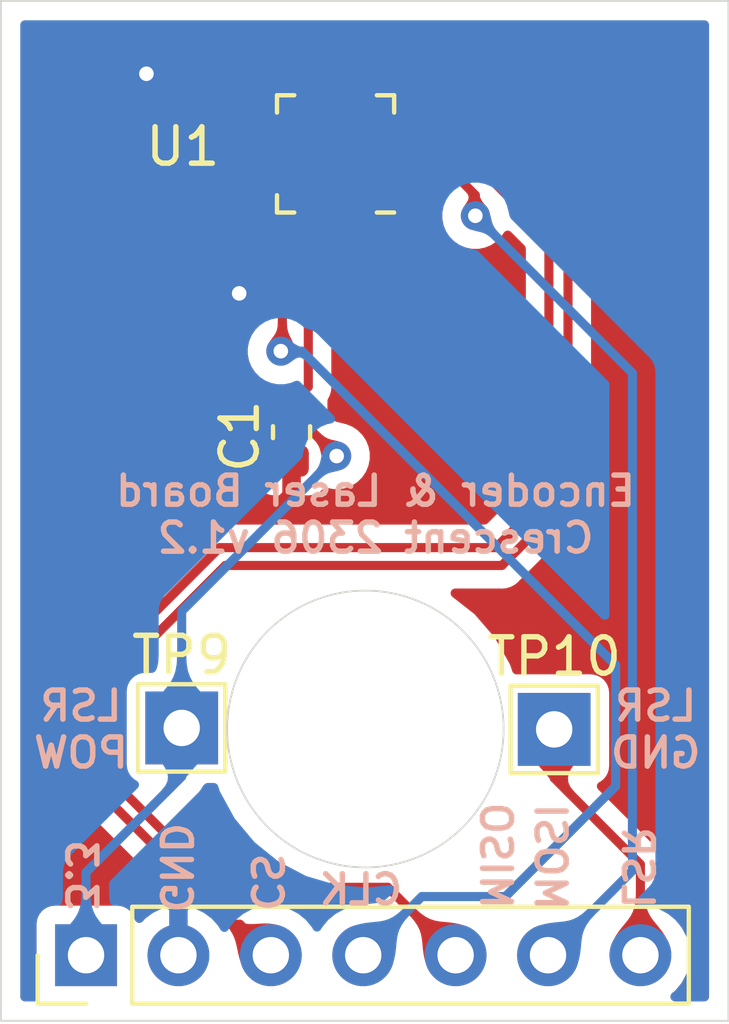
<source format=kicad_pcb>
(kicad_pcb (version 20171130) (host pcbnew "(5.1.2)-1")

  (general
    (thickness 1.6)
    (drawings 15)
    (tracks 91)
    (zones 0)
    (modules 5)
    (nets 8)
  )

  (page A4)
  (title_block
    (title "ProjectionBall Encoder & Laser Board")
    (date 2023-06-08)
    (rev v1.2)
    (company Crescent)
  )

  (layers
    (0 F.Cu signal)
    (31 B.Cu signal)
    (32 B.Adhes user)
    (33 F.Adhes user)
    (34 B.Paste user)
    (35 F.Paste user)
    (36 B.SilkS user)
    (37 F.SilkS user)
    (38 B.Mask user)
    (39 F.Mask user)
    (40 Dwgs.User user)
    (41 Cmts.User user)
    (42 Eco1.User user)
    (43 Eco2.User user)
    (44 Edge.Cuts user)
    (45 Margin user)
    (46 B.CrtYd user)
    (47 F.CrtYd user)
    (48 B.Fab user)
    (49 F.Fab user hide)
  )

  (setup
    (last_trace_width 0.25)
    (trace_clearance 0.21)
    (zone_clearance 0.508)
    (zone_45_only no)
    (trace_min 0.2)
    (via_size 0.8)
    (via_drill 0.4)
    (via_min_size 0.4)
    (via_min_drill 0.3)
    (uvia_size 0.3)
    (uvia_drill 0.1)
    (uvias_allowed no)
    (uvia_min_size 0.2)
    (uvia_min_drill 0.1)
    (edge_width 0.05)
    (segment_width 0.2)
    (pcb_text_width 0.3)
    (pcb_text_size 1.5 1.5)
    (mod_edge_width 0.12)
    (mod_text_size 1 1)
    (mod_text_width 0.15)
    (pad_size 3.2 3.2)
    (pad_drill 3.2)
    (pad_to_mask_clearance 0.051)
    (solder_mask_min_width 0.25)
    (aux_axis_origin 0 0)
    (visible_elements 7FFFFFFF)
    (pcbplotparams
      (layerselection 0x010fc_ffffffff)
      (usegerberextensions true)
      (usegerberattributes false)
      (usegerberadvancedattributes false)
      (creategerberjobfile false)
      (excludeedgelayer true)
      (linewidth 0.100000)
      (plotframeref false)
      (viasonmask false)
      (mode 1)
      (useauxorigin false)
      (hpglpennumber 1)
      (hpglpenspeed 20)
      (hpglpendiameter 15.000000)
      (psnegative false)
      (psa4output false)
      (plotreference true)
      (plotvalue true)
      (plotinvisibletext false)
      (padsonsilk false)
      (subtractmaskfromsilk true)
      (outputformat 1)
      (mirror false)
      (drillshape 0)
      (scaleselection 1)
      (outputdirectory "gerber/"))
  )

  (net 0 "")
  (net 1 /GND)
  (net 2 /3.3V)
  (net 3 /MOSI)
  (net 4 /MISO)
  (net 5 /CLK)
  (net 6 /CS)
  (net 7 /LSR)

  (net_class Default "これはデフォルトのネット クラスです。"
    (clearance 0.21)
    (trace_width 0.25)
    (via_dia 0.8)
    (via_drill 0.4)
    (uvia_dia 0.3)
    (uvia_drill 0.1)
    (add_net /3.3V)
    (add_net /CLK)
    (add_net /CS)
    (add_net /GND)
    (add_net /LSR)
    (add_net /MISO)
    (add_net /MOSI)
  )

  (module TestPoint:TestPoint_THTPad_2.0x2.0mm_Drill1.0mm (layer F.Cu) (tedit 5A0F774F) (tstamp 63BECD02)
    (at 165.21 87)
    (descr "THT rectangular pad as test Point, square 2.0mm_Drill1.0mm  side length, hole diameter 1.0mm")
    (tags "test point THT pad rectangle square")
    (path /63BED594)
    (attr virtual)
    (fp_text reference TP10 (at 0 -1.998) (layer F.SilkS)
      (effects (font (size 1 1) (thickness 0.15)))
    )
    (fp_text value "Laser GND" (at 0 2.05) (layer F.Fab)
      (effects (font (size 1 1) (thickness 0.15)))
    )
    (fp_line (start 1.5 1.5) (end -1.5 1.5) (layer F.CrtYd) (width 0.05))
    (fp_line (start 1.5 1.5) (end 1.5 -1.5) (layer F.CrtYd) (width 0.05))
    (fp_line (start -1.5 -1.5) (end -1.5 1.5) (layer F.CrtYd) (width 0.05))
    (fp_line (start -1.5 -1.5) (end 1.5 -1.5) (layer F.CrtYd) (width 0.05))
    (fp_line (start -1.2 1.2) (end -1.2 -1.2) (layer F.SilkS) (width 0.12))
    (fp_line (start 1.2 1.2) (end -1.2 1.2) (layer F.SilkS) (width 0.12))
    (fp_line (start 1.2 -1.2) (end 1.2 1.2) (layer F.SilkS) (width 0.12))
    (fp_line (start -1.2 -1.2) (end 1.2 -1.2) (layer F.SilkS) (width 0.12))
    (fp_text user %R (at 0 -2) (layer F.Fab)
      (effects (font (size 1 1) (thickness 0.15)))
    )
    (pad 1 thru_hole rect (at 0 0) (size 2 2) (drill 1) (layers *.Cu *.Mask)
      (net 7 /LSR))
  )

  (module TestPoint:TestPoint_THTPad_2.0x2.0mm_Drill1.0mm (layer F.Cu) (tedit 5A0F774F) (tstamp 63BECCF4)
    (at 154.97 86.96)
    (descr "THT rectangular pad as test Point, square 2.0mm_Drill1.0mm  side length, hole diameter 1.0mm")
    (tags "test point THT pad rectangle square")
    (path /63BEC6D2)
    (attr virtual)
    (fp_text reference TP9 (at 0 -1.998) (layer F.SilkS)
      (effects (font (size 1 1) (thickness 0.15)))
    )
    (fp_text value "Laser Pow" (at 0 2.05) (layer F.Fab)
      (effects (font (size 1 1) (thickness 0.15)))
    )
    (fp_line (start 1.5 1.5) (end -1.5 1.5) (layer F.CrtYd) (width 0.05))
    (fp_line (start 1.5 1.5) (end 1.5 -1.5) (layer F.CrtYd) (width 0.05))
    (fp_line (start -1.5 -1.5) (end -1.5 1.5) (layer F.CrtYd) (width 0.05))
    (fp_line (start -1.5 -1.5) (end 1.5 -1.5) (layer F.CrtYd) (width 0.05))
    (fp_line (start -1.2 1.2) (end -1.2 -1.2) (layer F.SilkS) (width 0.12))
    (fp_line (start 1.2 1.2) (end -1.2 1.2) (layer F.SilkS) (width 0.12))
    (fp_line (start 1.2 -1.2) (end 1.2 1.2) (layer F.SilkS) (width 0.12))
    (fp_line (start -1.2 -1.2) (end 1.2 -1.2) (layer F.SilkS) (width 0.12))
    (fp_text user %R (at 0 -2) (layer F.Fab)
      (effects (font (size 1 1) (thickness 0.15)))
    )
    (pad 1 thru_hole rect (at 0 0) (size 2 2) (drill 1) (layers *.Cu *.Mask)
      (net 2 /3.3V))
  )

  (module Connector_PinHeader_2.54mm:PinHeader_1x07_P2.54mm_Vertical (layer F.Cu) (tedit 59FED5CC) (tstamp 63BECC16)
    (at 152.34 93.2 90)
    (descr "Through hole straight pin header, 1x07, 2.54mm pitch, single row")
    (tags "Through hole pin header THT 1x07 2.54mm single row")
    (path /63BE836A)
    (fp_text reference J1 (at 1.7 -0.04 180) (layer F.SilkS) hide
      (effects (font (size 1 1) (thickness 0.15)))
    )
    (fp_text value Conn_01x07 (at 0 17.57 90) (layer F.Fab)
      (effects (font (size 1 1) (thickness 0.15)))
    )
    (fp_text user %R (at 0 7.62) (layer F.Fab)
      (effects (font (size 1 1) (thickness 0.15)))
    )
    (fp_line (start 1.8 -1.8) (end -1.8 -1.8) (layer F.CrtYd) (width 0.05))
    (fp_line (start 1.8 17.05) (end 1.8 -1.8) (layer F.CrtYd) (width 0.05))
    (fp_line (start -1.8 17.05) (end 1.8 17.05) (layer F.CrtYd) (width 0.05))
    (fp_line (start -1.8 -1.8) (end -1.8 17.05) (layer F.CrtYd) (width 0.05))
    (fp_line (start -1.33 -1.33) (end 0 -1.33) (layer F.SilkS) (width 0.12))
    (fp_line (start -1.33 0) (end -1.33 -1.33) (layer F.SilkS) (width 0.12))
    (fp_line (start -1.33 1.27) (end 1.33 1.27) (layer F.SilkS) (width 0.12))
    (fp_line (start 1.33 1.27) (end 1.33 16.57) (layer F.SilkS) (width 0.12))
    (fp_line (start -1.33 1.27) (end -1.33 16.57) (layer F.SilkS) (width 0.12))
    (fp_line (start -1.33 16.57) (end 1.33 16.57) (layer F.SilkS) (width 0.12))
    (fp_line (start -1.27 -0.635) (end -0.635 -1.27) (layer F.Fab) (width 0.1))
    (fp_line (start -1.27 16.51) (end -1.27 -0.635) (layer F.Fab) (width 0.1))
    (fp_line (start 1.27 16.51) (end -1.27 16.51) (layer F.Fab) (width 0.1))
    (fp_line (start 1.27 -1.27) (end 1.27 16.51) (layer F.Fab) (width 0.1))
    (fp_line (start -0.635 -1.27) (end 1.27 -1.27) (layer F.Fab) (width 0.1))
    (pad 7 thru_hole oval (at 0 15.24 90) (size 1.7 1.7) (drill 1) (layers *.Cu *.Mask)
      (net 7 /LSR))
    (pad 6 thru_hole oval (at 0 12.7 90) (size 1.7 1.7) (drill 1) (layers *.Cu *.Mask)
      (net 3 /MOSI))
    (pad 5 thru_hole oval (at 0 10.16 90) (size 1.7 1.7) (drill 1) (layers *.Cu *.Mask)
      (net 4 /MISO))
    (pad 4 thru_hole oval (at 0 7.62 90) (size 1.7 1.7) (drill 1) (layers *.Cu *.Mask)
      (net 5 /CLK))
    (pad 3 thru_hole oval (at 0 5.08 90) (size 1.7 1.7) (drill 1) (layers *.Cu *.Mask)
      (net 6 /CS))
    (pad 2 thru_hole oval (at 0 2.54 90) (size 1.7 1.7) (drill 1) (layers *.Cu *.Mask)
      (net 1 /GND))
    (pad 1 thru_hole rect (at 0 0 90) (size 1.7 1.7) (drill 1) (layers *.Cu *.Mask)
      (net 2 /3.3V))
    (model ${KISYS3DMOD}/Connector_PinHeader_2.54mm.3dshapes/PinHeader_1x07_P2.54mm_Vertical.wrl
      (at (xyz 0 0 0))
      (scale (xyz 1 1 1))
      (rotate (xyz 0 0 0))
    )
  )

  (module Package_DFN_QFN:QFN-16-1EP_3x3mm_P0.5mm_EP1.7x1.7mm (layer F.Cu) (tedit 5C1D45D2) (tstamp 63BED158)
    (at 159.2 71.2 180)
    (descr "QFN, 16 Pin (https://www.st.com/content/ccc/resource/technical/document/datasheet/4a/50/94/16/69/af/4b/58/DM00047334.pdf/files/DM00047334.pdf/jcr:content/translations/en.DM00047334.pdf), generated with kicad-footprint-generator ipc_dfn_qfn_generator.py")
    (tags "QFN DFN_QFN")
    (path /5F2EB893)
    (attr smd)
    (fp_text reference U1 (at 4.2 0.2) (layer F.SilkS)
      (effects (font (size 1 1) (thickness 0.15)))
    )
    (fp_text value MA732 (at 0 2.82) (layer F.Fab)
      (effects (font (size 1 1) (thickness 0.15)))
    )
    (fp_line (start 1.135 -1.61) (end 1.61 -1.61) (layer F.SilkS) (width 0.12))
    (fp_line (start 1.61 -1.61) (end 1.61 -1.135) (layer F.SilkS) (width 0.12))
    (fp_line (start -1.135 1.61) (end -1.61 1.61) (layer F.SilkS) (width 0.12))
    (fp_line (start -1.61 1.61) (end -1.61 1.135) (layer F.SilkS) (width 0.12))
    (fp_line (start 1.135 1.61) (end 1.61 1.61) (layer F.SilkS) (width 0.12))
    (fp_line (start 1.61 1.61) (end 1.61 1.135) (layer F.SilkS) (width 0.12))
    (fp_line (start -1.135 -1.61) (end -1.61 -1.61) (layer F.SilkS) (width 0.12))
    (fp_line (start -0.75 -1.5) (end 1.5 -1.5) (layer F.Fab) (width 0.1))
    (fp_line (start 1.5 -1.5) (end 1.5 1.5) (layer F.Fab) (width 0.1))
    (fp_line (start 1.5 1.5) (end -1.5 1.5) (layer F.Fab) (width 0.1))
    (fp_line (start -1.5 1.5) (end -1.5 -0.75) (layer F.Fab) (width 0.1))
    (fp_line (start -1.5 -0.75) (end -0.75 -1.5) (layer F.Fab) (width 0.1))
    (fp_line (start -2.12 -2.12) (end -2.12 2.12) (layer F.CrtYd) (width 0.05))
    (fp_line (start -2.12 2.12) (end 2.12 2.12) (layer F.CrtYd) (width 0.05))
    (fp_line (start 2.12 2.12) (end 2.12 -2.12) (layer F.CrtYd) (width 0.05))
    (fp_line (start 2.12 -2.12) (end -2.12 -2.12) (layer F.CrtYd) (width 0.05))
    (fp_text user %R (at 0 0) (layer F.Fab)
      (effects (font (size 0.75 0.75) (thickness 0.11)))
    )
    (pad 17 smd roundrect (at 0 0 180) (size 1.7 1.7) (layers F.Cu F.Mask) (roundrect_rratio 0.147059)
      (net 1 /GND))
    (pad "" smd roundrect (at -0.425 -0.425 180) (size 0.69 0.69) (layers F.Paste) (roundrect_rratio 0.25))
    (pad "" smd roundrect (at -0.425 0.425 180) (size 0.69 0.69) (layers F.Paste) (roundrect_rratio 0.25))
    (pad "" smd roundrect (at 0.425 -0.425 180) (size 0.69 0.69) (layers F.Paste) (roundrect_rratio 0.25))
    (pad "" smd roundrect (at 0.425 0.425 180) (size 0.69 0.69) (layers F.Paste) (roundrect_rratio 0.25))
    (pad 1 smd roundrect (at -1.4625 -0.75 180) (size 0.825 0.25) (layers F.Cu F.Paste F.Mask) (roundrect_rratio 0.25))
    (pad 2 smd roundrect (at -1.4625 -0.25 180) (size 0.825 0.25) (layers F.Cu F.Paste F.Mask) (roundrect_rratio 0.25))
    (pad 3 smd roundrect (at -1.4625 0.25 180) (size 0.825 0.25) (layers F.Cu F.Paste F.Mask) (roundrect_rratio 0.25))
    (pad 4 smd roundrect (at -1.4625 0.75 180) (size 0.825 0.25) (layers F.Cu F.Paste F.Mask) (roundrect_rratio 0.25)
      (net 3 /MOSI))
    (pad 5 smd roundrect (at -0.75 1.4625 180) (size 0.25 0.825) (layers F.Cu F.Paste F.Mask) (roundrect_rratio 0.25)
      (net 6 /CS))
    (pad 6 smd roundrect (at -0.25 1.4625 180) (size 0.25 0.825) (layers F.Cu F.Paste F.Mask) (roundrect_rratio 0.25))
    (pad 7 smd roundrect (at 0.25 1.4625 180) (size 0.25 0.825) (layers F.Cu F.Paste F.Mask) (roundrect_rratio 0.25)
      (net 4 /MISO))
    (pad 8 smd roundrect (at 0.75 1.4625 180) (size 0.25 0.825) (layers F.Cu F.Paste F.Mask) (roundrect_rratio 0.25)
      (net 1 /GND))
    (pad 9 smd roundrect (at 1.4625 0.75 180) (size 0.825 0.25) (layers F.Cu F.Paste F.Mask) (roundrect_rratio 0.25))
    (pad 10 smd roundrect (at 1.4625 0.25 180) (size 0.825 0.25) (layers F.Cu F.Paste F.Mask) (roundrect_rratio 0.25)
      (net 1 /GND))
    (pad 11 smd roundrect (at 1.4625 -0.25 180) (size 0.825 0.25) (layers F.Cu F.Paste F.Mask) (roundrect_rratio 0.25))
    (pad 12 smd roundrect (at 1.4625 -0.75 180) (size 0.825 0.25) (layers F.Cu F.Paste F.Mask) (roundrect_rratio 0.25)
      (net 5 /CLK))
    (pad 13 smd roundrect (at 0.75 -1.4625 180) (size 0.25 0.825) (layers F.Cu F.Paste F.Mask) (roundrect_rratio 0.25)
      (net 2 /3.3V))
    (pad 14 smd roundrect (at 0.25 -1.4625 180) (size 0.25 0.825) (layers F.Cu F.Paste F.Mask) (roundrect_rratio 0.25))
    (pad 15 smd roundrect (at -0.25 -1.4625 180) (size 0.25 0.825) (layers F.Cu F.Paste F.Mask) (roundrect_rratio 0.25))
    (pad 16 smd roundrect (at -0.75 -1.4625 180) (size 0.25 0.825) (layers F.Cu F.Paste F.Mask) (roundrect_rratio 0.25))
    (model ${KISYS3DMOD}/Package_DFN_QFN.3dshapes/QFN-16-1EP_3x3mm_P0.5mm_EP1.7x1.7mm.wrl
      (at (xyz 0 0 0))
      (scale (xyz 1 1 1))
      (rotate (xyz 0 0 0))
    )
  )

  (module Capacitor_SMD:C_0603_1608Metric (layer F.Cu) (tedit 5B301BBE) (tstamp 63BED0E8)
    (at 157.99 78.84 270)
    (descr "Capacitor SMD 0603 (1608 Metric), square (rectangular) end terminal, IPC_7351 nominal, (Body size source: http://www.tortai-tech.com/upload/download/2011102023233369053.pdf), generated with kicad-footprint-generator")
    (tags capacitor)
    (path /5F2EC6AE)
    (attr smd)
    (fp_text reference C1 (at 0.1125 1.425 90) (layer F.SilkS)
      (effects (font (size 1 1) (thickness 0.15)))
    )
    (fp_text value C (at 0 1.43 90) (layer F.Fab)
      (effects (font (size 1 1) (thickness 0.15)))
    )
    (fp_text user %R (at 0 0 90) (layer F.Fab)
      (effects (font (size 0.4 0.4) (thickness 0.06)))
    )
    (fp_line (start 1.48 0.73) (end -1.48 0.73) (layer F.CrtYd) (width 0.05))
    (fp_line (start 1.48 -0.73) (end 1.48 0.73) (layer F.CrtYd) (width 0.05))
    (fp_line (start -1.48 -0.73) (end 1.48 -0.73) (layer F.CrtYd) (width 0.05))
    (fp_line (start -1.48 0.73) (end -1.48 -0.73) (layer F.CrtYd) (width 0.05))
    (fp_line (start -0.162779 0.51) (end 0.162779 0.51) (layer F.SilkS) (width 0.12))
    (fp_line (start -0.162779 -0.51) (end 0.162779 -0.51) (layer F.SilkS) (width 0.12))
    (fp_line (start 0.8 0.4) (end -0.8 0.4) (layer F.Fab) (width 0.1))
    (fp_line (start 0.8 -0.4) (end 0.8 0.4) (layer F.Fab) (width 0.1))
    (fp_line (start -0.8 -0.4) (end 0.8 -0.4) (layer F.Fab) (width 0.1))
    (fp_line (start -0.8 0.4) (end -0.8 -0.4) (layer F.Fab) (width 0.1))
    (pad 2 smd roundrect (at 0.7875 0 270) (size 0.875 0.95) (layers F.Cu F.Paste F.Mask) (roundrect_rratio 0.25)
      (net 1 /GND))
    (pad 1 smd roundrect (at -0.7875 0 270) (size 0.875 0.95) (layers F.Cu F.Paste F.Mask) (roundrect_rratio 0.25)
      (net 2 /3.3V))
    (model ${KISYS3DMOD}/Capacitor_SMD.3dshapes/C_0603_1608Metric.wrl
      (at (xyz 0 0 0))
      (scale (xyz 1 1 1))
      (rotate (xyz 0 0 0))
    )
  )

  (gr_text "LSR\nPOW" (at 152.2 87) (layer B.SilkS) (tstamp 63BEDEFF)
    (effects (font (size 0.8 0.8) (thickness 0.15)) (justify mirror))
  )
  (gr_text "LSR\nGND" (at 168 87) (layer B.SilkS) (tstamp 63BEDEF6)
    (effects (font (size 0.8 0.8) (thickness 0.15)) (justify mirror))
  )
  (gr_text LSR (at 167.5 90.8 270) (layer B.SilkS) (tstamp 63BEDD75)
    (effects (font (size 0.8 0.8) (thickness 0.15)) (justify mirror))
  )
  (gr_circle (center 160.02 86.99) (end 163.82 86.99) (layer Edge.Cuts) (width 0.05))
  (gr_text MOSI (at 165.1 90.5 270) (layer B.SilkS) (tstamp 63BECFB9)
    (effects (font (size 0.8 0.8) (thickness 0.15)) (justify mirror))
  )
  (gr_text MISO (at 163.6 90.47 270) (layer B.SilkS) (tstamp 63BECFB6)
    (effects (font (size 0.8 0.8) (thickness 0.15)) (justify mirror))
  )
  (gr_text CLK (at 159.9 91.4) (layer B.SilkS) (tstamp 63BECFB3)
    (effects (font (size 0.8 0.8) (thickness 0.15)) (justify mirror))
  )
  (gr_text CS (at 157.3 91.2 270) (layer B.SilkS) (tstamp 63BEDD6A)
    (effects (font (size 0.8 0.8) (thickness 0.15)) (justify mirror))
  )
  (gr_text GND (at 154.8 90.8 270) (layer B.SilkS) (tstamp 63BECFBF)
    (effects (font (size 0.8 0.8) (thickness 0.15)) (justify mirror))
  )
  (gr_text 3.3 (at 152.2 91 270) (layer B.SilkS) (tstamp 63BECFBC)
    (effects (font (size 0.8 0.8) (thickness 0.15)) (justify mirror))
  )
  (gr_text "Encoder & Laser Board\nCrescent 2306 v1.2" (at 160.3 81.1) (layer B.SilkS) (tstamp 63BECFC2)
    (effects (font (size 0.8 0.8) (thickness 0.15)) (justify mirror))
  )
  (gr_line (start 150 95) (end 150 67) (layer Edge.Cuts) (width 0.05) (tstamp 5F2F087F))
  (gr_line (start 170 95) (end 150 95) (layer Edge.Cuts) (width 0.05))
  (gr_line (start 170 67) (end 170 95) (layer Edge.Cuts) (width 0.05))
  (gr_line (start 150 67) (end 170 67) (layer Edge.Cuts) (width 0.05))

  (segment (start 158.9326 71.9326) (end 158.4893 71.9326) (width 0.25) (layer F.Cu) (net 1) (status 30))
  (segment (start 158.4893 71.9326) (end 158.4893 70.7768) (width 0.25) (layer F.Cu) (net 1) (status 30))
  (segment (start 154.88 92.0147) (end 154.88 93.2) (width 0.25) (layer F.Cu) (net 1) (status 20))
  (segment (start 151.79 88.9247) (end 154.88 92.0147) (width 0.25) (layer F.Cu) (net 1))
  (segment (start 151.9646 75.6646) (end 151.79 75.8392) (width 0.25) (layer F.Cu) (net 1))
  (segment (start 151.79 75.8392) (end 151.79 88.9247) (width 0.25) (layer F.Cu) (net 1))
  (via (at 156.55 75.03) (size 0.8) (drill 0.4) (layers F.Cu B.Cu) (net 1))
  (segment (start 155.9154 75.6646) (end 156.55 75.03) (width 0.25) (layer F.Cu) (net 1))
  (segment (start 153.5346 75.6646) (end 155.9154 75.6646) (width 0.25) (layer F.Cu) (net 1))
  (segment (start 153.5346 75.6646) (end 151.9646 75.6646) (width 0.25) (layer F.Cu) (net 1))
  (segment (start 158.48999 70.48999) (end 159.2 71.2) (width 0.25) (layer F.Cu) (net 1) (status 30))
  (segment (start 158.48999 70.08999) (end 158.48999 70.48999) (width 0.25) (layer F.Cu) (net 1) (status 30))
  (segment (start 158.45 70.05) (end 158.48999 70.08999) (width 0.25) (layer F.Cu) (net 1) (status 30))
  (segment (start 158.45 69.7375) (end 158.45 70.05) (width 0.25) (layer F.Cu) (net 1) (status 30))
  (segment (start 158.95 70.95) (end 157.7375 70.95) (width 0.25) (layer F.Cu) (net 1) (status 30))
  (segment (start 159.2 71.2) (end 158.95 70.95) (width 0.25) (layer F.Cu) (net 1) (status 30))
  (segment (start 151.8 75.5) (end 151.9646 75.6646) (width 0.25) (layer F.Cu) (net 1))
  (segment (start 151.8 73.74) (end 151.8 75.5) (width 0.25) (layer F.Cu) (net 1))
  (segment (start 152.06 73.48) (end 151.8 73.74) (width 0.25) (layer F.Cu) (net 1))
  (segment (start 153.4248 73.48) (end 152.06 73.48) (width 0.25) (layer F.Cu) (net 1))
  (segment (start 157.7375 70.95) (end 155.9548 70.95) (width 0.25) (layer F.Cu) (net 1) (status 10))
  (segment (start 155.9548 70.95) (end 153.4248 73.48) (width 0.25) (layer F.Cu) (net 1))
  (segment (start 158.225 69.7375) (end 158.1575 69.67) (width 0.25) (layer F.Cu) (net 1))
  (segment (start 158.45 69.7375) (end 158.225 69.7375) (width 0.25) (layer F.Cu) (net 1))
  (segment (start 157.94 69.67) (end 157.41 69.67) (width 0.25) (layer F.Cu) (net 1))
  (segment (start 158.1575 69.67) (end 157.94 69.67) (width 0.25) (layer F.Cu) (net 1))
  (segment (start 154.97 86.96) (end 154.97 88.2953) (width 0.25) (layer B.Cu) (net 2) (status 10))
  (segment (start 154.97 88.2953) (end 152.34 90.9253) (width 0.25) (layer B.Cu) (net 2))
  (segment (start 152.34 90.9253) (end 152.34 93.2) (width 0.25) (layer B.Cu) (net 2) (status 20))
  (segment (start 154.97 86.96) (end 154.97 83.756) (width 0.25) (layer B.Cu) (net 2) (status 10))
  (segment (start 154.97 83.756) (end 159.2307 79.4953) (width 0.25) (layer B.Cu) (net 2))
  (segment (start 158.45 73.6625) (end 158.45 77.5925) (width 0.25) (layer F.Cu) (net 2))
  (segment (start 158.45 77.5925) (end 157.99 78.0525) (width 0.25) (layer F.Cu) (net 2) (status 20))
  (segment (start 159.2307 79.4953) (end 157.99 78.2546) (width 0.25) (layer F.Cu) (net 2) (status 20))
  (segment (start 157.99 78.2546) (end 157.99 78.0525) (width 0.25) (layer F.Cu) (net 2) (status 30))
  (via (at 159.2307 79.4953) (size 0.8) (layers F.Cu B.Cu) (net 2))
  (segment (start 158.45 73.6625) (end 158.45 72.6625) (width 0.25) (layer F.Cu) (net 2) (status 20))
  (via (at 163.0431 72.8987) (size 0.8) (layers F.Cu B.Cu) (net 3))
  (segment (start 167.360011 90.879989) (end 167.360011 77.215611) (width 0.25) (layer B.Cu) (net 3))
  (segment (start 163.443099 73.298699) (end 163.0431 72.8987) (width 0.25) (layer B.Cu) (net 3))
  (segment (start 165.04 93.2) (end 167.360011 90.879989) (width 0.25) (layer B.Cu) (net 3) (status 10))
  (segment (start 167.360011 77.215611) (end 163.443099 73.298699) (width 0.25) (layer B.Cu) (net 3))
  (segment (start 157.7549 71.9326) (end 157.7375 71.95) (width 0.25) (layer F.Cu) (net 5) (status 30))
  (segment (start 157.7375 72.95) (end 157.7375 76.5729) (width 0.25) (layer F.Cu) (net 5))
  (segment (start 157.7375 76.5729) (end 157.6942 76.6162) (width 0.25) (layer F.Cu) (net 5))
  (via (at 157.6942 76.6162) (size 0.8) (layers F.Cu B.Cu) (net 5))
  (segment (start 158.2762 76.6162) (end 157.6942 76.6162) (width 0.25) (layer B.Cu) (net 5))
  (segment (start 166.9 85.24) (end 158.2762 76.6162) (width 0.25) (layer B.Cu) (net 5))
  (segment (start 166.9 88.56) (end 166.9 85.24) (width 0.25) (layer B.Cu) (net 5))
  (segment (start 163.87 91.59) (end 166.9 88.56) (width 0.25) (layer B.Cu) (net 5))
  (segment (start 159.96 93.2) (end 161.57 91.59) (width 0.25) (layer B.Cu) (net 5) (status 10))
  (segment (start 161.57 91.59) (end 163.87 91.59) (width 0.25) (layer B.Cu) (net 5))
  (segment (start 157.7375 72.95) (end 157.7375 71.95) (width 0.25) (layer F.Cu) (net 5) (status 20))
  (segment (start 160.6625 71.9225) (end 160.6625 71.95) (width 0.25) (layer F.Cu) (net 0) (status 30))
  (segment (start 160.70249 70.91001) (end 160.6625 70.95) (width 0.25) (layer F.Cu) (net 0) (status 30))
  (segment (start 153.5346 76.4746) (end 153.5346 75.6646) (width 0.25) (layer F.Cu) (net 1))
  (segment (start 157.99 79.6275) (end 156.6875 79.6275) (width 0.25) (layer F.Cu) (net 1))
  (segment (start 156.6875 79.6275) (end 153.5346 76.4746) (width 0.25) (layer F.Cu) (net 1))
  (via (at 154 69) (size 0.8) (drill 0.4) (layers F.Cu B.Cu) (net 1))
  (segment (start 157.94 69.67) (end 154.67 69.67) (width 0.25) (layer F.Cu) (net 1))
  (segment (start 154.399999 69.399999) (end 154 69) (width 0.25) (layer F.Cu) (net 1))
  (segment (start 154.67 69.67) (end 154.399999 69.399999) (width 0.25) (layer F.Cu) (net 1))
  (segment (start 161.160086 70.45) (end 160.6625 70.45) (width 0.25) (layer F.Cu) (net 3))
  (segment (start 163.0431 72.8987) (end 163.0431 72.333014) (width 0.25) (layer F.Cu) (net 3))
  (segment (start 163.0431 72.333014) (end 161.160086 70.45) (width 0.25) (layer F.Cu) (net 3))
  (segment (start 153.27 88.61) (end 155.99501 91.33501) (width 0.25) (layer F.Cu) (net 4))
  (segment (start 153.27 85.4) (end 153.27 88.61) (width 0.25) (layer F.Cu) (net 4))
  (segment (start 156.17 82.5) (end 153.27 85.4) (width 0.25) (layer F.Cu) (net 4))
  (segment (start 160.63501 91.33501) (end 162.5 93.2) (width 0.25) (layer F.Cu) (net 4))
  (segment (start 163.770553 82.5) (end 156.17 82.5) (width 0.25) (layer F.Cu) (net 4))
  (segment (start 158.95 69.074448) (end 159.204448 68.82) (width 0.25) (layer F.Cu) (net 4))
  (segment (start 158.95 69.7375) (end 158.95 69.074448) (width 0.25) (layer F.Cu) (net 4))
  (segment (start 155.99501 91.33501) (end 160.63501 91.33501) (width 0.25) (layer F.Cu) (net 4))
  (segment (start 159.204448 68.82) (end 161.64 68.82) (width 0.25) (layer F.Cu) (net 4))
  (segment (start 161.64 68.82) (end 165.59 72.77) (width 0.25) (layer F.Cu) (net 4))
  (segment (start 165.59 72.77) (end 165.59 80.680553) (width 0.25) (layer F.Cu) (net 4))
  (segment (start 165.59 80.680553) (end 163.770553 82.5) (width 0.25) (layer F.Cu) (net 4))
  (segment (start 161.312188 69.7375) (end 160.175 69.7375) (width 0.25) (layer F.Cu) (net 6))
  (segment (start 165.064688 73.49) (end 161.312188 69.7375) (width 0.25) (layer F.Cu) (net 6))
  (segment (start 165.064688 80.555312) (end 165.064688 73.49) (width 0.25) (layer F.Cu) (net 6))
  (segment (start 160.175 69.7375) (end 159.95 69.7375) (width 0.25) (layer F.Cu) (net 6))
  (segment (start 163.61 82.01) (end 165.064688 80.555312) (width 0.25) (layer F.Cu) (net 6))
  (segment (start 157.42 93.2) (end 156.570001 92.350001) (width 0.25) (layer F.Cu) (net 6))
  (segment (start 156.359448 92.350001) (end 152.809989 88.800542) (width 0.25) (layer F.Cu) (net 6))
  (segment (start 152.809989 88.800542) (end 152.809989 85.209458) (width 0.25) (layer F.Cu) (net 6))
  (segment (start 156.570001 92.350001) (end 156.359448 92.350001) (width 0.25) (layer F.Cu) (net 6))
  (segment (start 152.809989 85.209458) (end 156.009447 82.01) (width 0.25) (layer F.Cu) (net 6))
  (segment (start 156.009447 82.01) (end 163.61 82.01) (width 0.25) (layer F.Cu) (net 6))
  (segment (start 165.21 87) (end 165.21 88.3353) (width 0.25) (layer F.Cu) (net 7) (status 10))
  (segment (start 167.58 93.2) (end 167.58 90.7053) (width 0.25) (layer F.Cu) (net 7) (status 10))
  (segment (start 167.58 90.7053) (end 165.21 88.3353) (width 0.25) (layer F.Cu) (net 7))

  (zone (net 0) (net_name "") (layer F.Cu) (tstamp 0) (hatch edge 0.508)
    (connect_pads (clearance 0.508))
    (min_thickness 0.254)
    (keepout (tracks not_allowed) (vias not_allowed) (copperpour allowed))
    (fill (arc_segments 32) (thermal_gap 0.508) (thermal_bridge_width 0.508))
    (polygon
      (pts
        (xy 151.1 94.6) (xy 168.1 94.6) (xy 168.1 95.1) (xy 151.1 95)
      )
    )
  )
  (zone (net 0) (net_name "") (layer B.Cu) (tstamp 0) (hatch edge 0.508)
    (connect_pads (clearance 0.508))
    (min_thickness 0.254)
    (keepout (tracks not_allowed) (vias not_allowed) (copperpour allowed))
    (fill (arc_segments 32) (thermal_gap 0.508) (thermal_bridge_width 0.508))
    (polygon
      (pts
        (xy 151.1 94.6) (xy 168.1 94.6) (xy 168.1 95.1) (xy 151.1 95)
      )
    )
  )
  (zone (net 0) (net_name "") (layer F.Cu) (tstamp 0) (hatch edge 0.508)
    (connect_pads (clearance 0.508))
    (min_thickness 0.254)
    (keepout (tracks not_allowed) (vias not_allowed) (copperpour allowed))
    (fill (arc_segments 32) (thermal_gap 0.508) (thermal_bridge_width 0.508))
    (polygon
      (pts
        (xy 159.17 83.41) (xy 158 84) (xy 157 85) (xy 156.32 86.99) (xy 157 89)
        (xy 158 90) (xy 160 91) (xy 162 90) (xy 163 89) (xy 163.68 86.99)
        (xy 163 85) (xy 162 84) (xy 161 83.47)
      )
    )
  )
  (zone (net 0) (net_name "") (layer B.Cu) (tstamp 0) (hatch edge 0.508)
    (connect_pads (clearance 0.508))
    (min_thickness 0.254)
    (keepout (tracks not_allowed) (vias not_allowed) (copperpour allowed))
    (fill (arc_segments 32) (thermal_gap 0.508) (thermal_bridge_width 0.508))
    (polygon
      (pts
        (xy 158.99 83.49) (xy 158 84) (xy 157 85) (xy 156.33 87.01) (xy 157 89)
        (xy 158 90) (xy 160 91) (xy 162 90) (xy 163 89) (xy 163.7 86.99)
        (xy 163.17 84.885) (xy 161.27 83.375)
      )
    )
  )
  (zone (net 1) (net_name /GND) (layer F.Cu) (tstamp 6481F2A3) (hatch edge 0.508)
    (connect_pads (clearance 0.508))
    (min_thickness 0.254)
    (fill yes (arc_segments 32) (thermal_gap 0.508) (thermal_bridge_width 0.508))
    (polygon
      (pts
        (xy 150 67) (xy 170 67) (xy 170 95) (xy 150 95)
      )
    )
    (filled_polygon
      (pts
        (xy 169.340001 94.34) (xy 168.531725 94.34) (xy 168.635134 94.255134) (xy 168.820706 94.029014) (xy 168.958599 93.771034)
        (xy 169.043513 93.491111) (xy 169.072185 93.2) (xy 169.043513 92.908889) (xy 168.958599 92.628966) (xy 168.820706 92.370986)
        (xy 168.812491 92.360976) (xy 168.785874 92.317059) (xy 168.697451 92.185232) (xy 168.671267 92.149018) (xy 168.583505 92.036221)
        (xy 168.570574 92.020147) (xy 168.489934 91.923175) (xy 168.430074 91.848358) (xy 168.39586 91.798233) (xy 168.376701 91.760899)
        (xy 168.361372 91.715224) (xy 168.347406 91.636959) (xy 168.34 91.493611) (xy 168.34 90.742622) (xy 168.343676 90.705299)
        (xy 168.34 90.667976) (xy 168.34 90.667967) (xy 168.329003 90.556314) (xy 168.285546 90.413053) (xy 168.214974 90.281023)
        (xy 168.143799 90.194297) (xy 168.120001 90.165299) (xy 168.091003 90.141501) (xy 166.509457 88.559955) (xy 166.564494 88.530537)
        (xy 166.661185 88.451185) (xy 166.740537 88.354494) (xy 166.799502 88.24418) (xy 166.835812 88.124482) (xy 166.848072 88)
        (xy 166.848072 86) (xy 166.835812 85.875518) (xy 166.799502 85.75582) (xy 166.740537 85.645506) (xy 166.661185 85.548815)
        (xy 166.564494 85.469463) (xy 166.45418 85.410498) (xy 166.334482 85.374188) (xy 166.21 85.361928) (xy 164.21 85.361928)
        (xy 164.178294 85.365051) (xy 164.112684 85.16782) (xy 163.680809 84.407583) (xy 163.109496 83.74571) (xy 162.487815 83.26)
        (xy 163.733231 83.26) (xy 163.770553 83.263676) (xy 163.807875 83.26) (xy 163.807886 83.26) (xy 163.919539 83.249003)
        (xy 164.0628 83.205546) (xy 164.194829 83.134974) (xy 164.310554 83.040001) (xy 164.334357 83.010997) (xy 166.101003 81.244352)
        (xy 166.130001 81.220554) (xy 166.224974 81.104829) (xy 166.295546 80.9728) (xy 166.339003 80.829539) (xy 166.35 80.717886)
        (xy 166.353677 80.680553) (xy 166.35 80.64322) (xy 166.35 72.807333) (xy 166.353677 72.77) (xy 166.339003 72.621014)
        (xy 166.295546 72.477753) (xy 166.224974 72.345724) (xy 166.153799 72.258997) (xy 166.130001 72.229999) (xy 166.101004 72.206202)
        (xy 162.203804 68.309003) (xy 162.180001 68.279999) (xy 162.064276 68.185026) (xy 161.932247 68.114454) (xy 161.788986 68.070997)
        (xy 161.677333 68.06) (xy 161.677322 68.06) (xy 161.64 68.056324) (xy 161.602678 68.06) (xy 159.241771 68.06)
        (xy 159.204448 68.056324) (xy 159.167125 68.06) (xy 159.167115 68.06) (xy 159.055462 68.070997) (xy 158.912201 68.114454)
        (xy 158.780172 68.185026) (xy 158.664447 68.279999) (xy 158.640644 68.309003) (xy 158.438998 68.510649) (xy 158.41 68.534447)
        (xy 158.386202 68.563445) (xy 158.386201 68.563446) (xy 158.315026 68.650172) (xy 158.292871 68.691621) (xy 158.29125 68.69)
        (xy 158.186089 68.702232) (xy 158.067262 68.741299) (xy 157.95834 68.802797) (xy 157.863508 68.884362) (xy 157.786412 68.982862)
        (xy 157.730013 69.094509) (xy 157.696479 69.215014) (xy 157.687098 69.339746) (xy 157.69 69.45175) (xy 157.848748 69.610498)
        (xy 157.69 69.610498) (xy 157.69 69.686928) (xy 157.3875 69.686928) (xy 157.250825 69.700389) (xy 157.119403 69.740256)
        (xy 156.998283 69.804996) (xy 156.892121 69.892121) (xy 156.804996 69.998283) (xy 156.740256 70.119403) (xy 156.700389 70.250825)
        (xy 156.686928 70.3875) (xy 156.686928 70.5125) (xy 156.700389 70.649175) (xy 156.707098 70.67129) (xy 156.702232 70.686089)
        (xy 156.69 70.79125) (xy 156.825723 70.926973) (xy 156.844621 70.95) (xy 156.825723 70.973027) (xy 156.69 71.10875)
        (xy 156.702232 71.213911) (xy 156.707098 71.22871) (xy 156.700389 71.250825) (xy 156.686928 71.3875) (xy 156.686928 71.5125)
        (xy 156.700389 71.649175) (xy 156.715807 71.7) (xy 156.700389 71.750825) (xy 156.686928 71.8875) (xy 156.686928 72.0125)
        (xy 156.700389 72.149175) (xy 156.740256 72.280597) (xy 156.804996 72.401717) (xy 156.892121 72.507879) (xy 156.9775 72.577948)
        (xy 156.9775 72.912668) (xy 156.977501 75.801147) (xy 156.976038 75.840766) (xy 156.963991 75.857341) (xy 156.929664 75.903123)
        (xy 156.922727 75.912555) (xy 156.893191 75.953498) (xy 156.890263 75.956426) (xy 156.87667 75.976769) (xy 156.867545 75.989991)
        (xy 156.844431 76.025019) (xy 156.776995 76.125944) (xy 156.698974 76.314302) (xy 156.6592 76.514261) (xy 156.6592 76.718139)
        (xy 156.698974 76.918098) (xy 156.776995 77.106456) (xy 156.890263 77.275974) (xy 157.004151 77.389862) (xy 156.94215 77.505858)
        (xy 156.893392 77.666592) (xy 156.876928 77.83375) (xy 156.876928 78.27125) (xy 156.893392 78.438408) (xy 156.94215 78.599142)
        (xy 157.021329 78.747275) (xy 157.0391 78.76893) (xy 156.984463 78.835506) (xy 156.925498 78.94582) (xy 156.889188 79.065518)
        (xy 156.876928 79.19) (xy 156.88 79.34175) (xy 157.03875 79.5005) (xy 157.863 79.5005) (xy 157.863 79.4805)
        (xy 158.117 79.4805) (xy 158.117 79.5005) (xy 158.137 79.5005) (xy 158.137 79.7545) (xy 158.117 79.7545)
        (xy 158.117 80.54125) (xy 158.27575 80.7) (xy 158.465 80.703072) (xy 158.589482 80.690812) (xy 158.70918 80.654502)
        (xy 158.819494 80.595537) (xy 158.916185 80.516185) (xy 158.936058 80.491969) (xy 159.128761 80.5303) (xy 159.332639 80.5303)
        (xy 159.532598 80.490526) (xy 159.720956 80.412505) (xy 159.890474 80.299237) (xy 160.034637 80.155074) (xy 160.147905 79.985556)
        (xy 160.225926 79.797198) (xy 160.2657 79.597239) (xy 160.2657 79.393361) (xy 160.225926 79.193402) (xy 160.147905 79.005044)
        (xy 160.034637 78.835526) (xy 159.890474 78.691363) (xy 159.720956 78.578095) (xy 159.532598 78.500074) (xy 159.486482 78.490901)
        (xy 159.477701 78.488133) (xy 159.446163 78.47908) (xy 159.379024 78.461672) (xy 159.359548 78.456948) (xy 159.298688 78.443202)
        (xy 159.298499 78.44316) (xy 159.254211 78.433171) (xy 159.244738 78.430644) (xy 159.238971 78.426148) (xy 159.201374 78.391172)
        (xy 159.101133 78.290932) (xy 159.103072 78.27125) (xy 159.103072 77.982918) (xy 159.155546 77.884747) (xy 159.199003 77.741486)
        (xy 159.21 77.629833) (xy 159.21 77.629824) (xy 159.213676 77.592501) (xy 159.21 77.555178) (xy 159.21 73.687227)
        (xy 159.250825 73.699611) (xy 159.3875 73.713072) (xy 159.5125 73.713072) (xy 159.649175 73.699611) (xy 159.7 73.684193)
        (xy 159.750825 73.699611) (xy 159.8875 73.713072) (xy 160.0125 73.713072) (xy 160.149175 73.699611) (xy 160.280597 73.659744)
        (xy 160.401717 73.595004) (xy 160.507879 73.507879) (xy 160.595004 73.401717) (xy 160.659744 73.280597) (xy 160.699611 73.149175)
        (xy 160.713072 73.0125) (xy 160.713072 72.713072) (xy 161.0125 72.713072) (xy 161.149175 72.699611) (xy 161.280597 72.659744)
        (xy 161.401717 72.595004) (xy 161.507879 72.507879) (xy 161.595004 72.401717) (xy 161.659744 72.280597) (xy 161.699611 72.149175)
        (xy 161.707218 72.071934) (xy 162.101829 72.466545) (xy 162.047874 72.596802) (xy 162.0081 72.796761) (xy 162.0081 73.000639)
        (xy 162.047874 73.200598) (xy 162.125895 73.388956) (xy 162.239163 73.558474) (xy 162.383326 73.702637) (xy 162.552844 73.815905)
        (xy 162.741202 73.893926) (xy 162.941161 73.9337) (xy 163.145039 73.9337) (xy 163.344998 73.893926) (xy 163.533356 73.815905)
        (xy 163.702874 73.702637) (xy 163.847037 73.558474) (xy 163.931681 73.431795) (xy 164.304689 73.804804) (xy 164.304688 80.240509)
        (xy 163.295199 81.25) (xy 156.04677 81.25) (xy 156.009447 81.246324) (xy 155.972124 81.25) (xy 155.972114 81.25)
        (xy 155.860461 81.260997) (xy 155.717658 81.304315) (xy 155.7172 81.304454) (xy 155.58517 81.375026) (xy 155.518726 81.429556)
        (xy 155.469446 81.469999) (xy 155.445648 81.498997) (xy 152.298987 84.645659) (xy 152.269989 84.669457) (xy 152.246191 84.698455)
        (xy 152.24619 84.698456) (xy 152.175015 84.785182) (xy 152.104443 84.917212) (xy 152.060987 85.060473) (xy 152.046313 85.209458)
        (xy 152.04999 85.24679) (xy 152.049989 88.763219) (xy 152.046313 88.800542) (xy 152.049989 88.837864) (xy 152.049989 88.837874)
        (xy 152.060986 88.949527) (xy 152.088687 89.040846) (xy 152.104443 89.092788) (xy 152.175015 89.224818) (xy 152.191557 89.244974)
        (xy 152.269988 89.340543) (xy 152.298992 89.364346) (xy 154.752998 91.818353) (xy 154.752998 91.879844) (xy 154.52311 91.758524)
        (xy 154.375901 91.803175) (xy 154.11308 91.928359) (xy 153.879731 92.102412) (xy 153.803966 92.186466) (xy 153.779502 92.10582)
        (xy 153.720537 91.995506) (xy 153.641185 91.898815) (xy 153.544494 91.819463) (xy 153.43418 91.760498) (xy 153.314482 91.724188)
        (xy 153.19 91.711928) (xy 151.49 91.711928) (xy 151.365518 91.724188) (xy 151.24582 91.760498) (xy 151.135506 91.819463)
        (xy 151.038815 91.898815) (xy 150.959463 91.995506) (xy 150.900498 92.10582) (xy 150.864188 92.225518) (xy 150.851928 92.35)
        (xy 150.851928 94.05) (xy 150.864188 94.174482) (xy 150.900498 94.29418) (xy 150.92499 94.34) (xy 150.66 94.34)
        (xy 150.66 80.065) (xy 156.876928 80.065) (xy 156.889188 80.189482) (xy 156.925498 80.30918) (xy 156.984463 80.419494)
        (xy 157.063815 80.516185) (xy 157.160506 80.595537) (xy 157.27082 80.654502) (xy 157.390518 80.690812) (xy 157.515 80.703072)
        (xy 157.70425 80.7) (xy 157.863 80.54125) (xy 157.863 79.7545) (xy 157.03875 79.7545) (xy 156.88 79.91325)
        (xy 156.876928 80.065) (xy 150.66 80.065) (xy 150.66 67.66) (xy 169.34 67.66)
      )
    )
    (filled_polygon
      (pts
        (xy 155.007 93.073) (xy 155.027 93.073) (xy 155.027 93.327) (xy 155.007 93.327) (xy 155.007 93.347)
        (xy 154.753 93.347) (xy 154.753 93.327) (xy 154.733 93.327) (xy 154.733 93.073) (xy 154.753 93.073)
        (xy 154.753 93.053) (xy 155.007 93.053)
      )
    )
    (filled_polygon
      (pts
        (xy 159.327 71.073) (xy 159.347 71.073) (xy 159.347 71.327) (xy 159.327 71.327) (xy 159.327 71.347)
        (xy 159.073 71.347) (xy 159.073 71.327) (xy 159.053 71.327) (xy 159.053 71.073) (xy 159.073 71.073)
        (xy 159.073 71.053) (xy 159.327 71.053)
      )
    )
  )
  (zone (net 1) (net_name /GND) (layer B.Cu) (tstamp 6481F2A0) (hatch edge 0.508)
    (connect_pads (clearance 0.508))
    (min_thickness 0.254)
    (fill yes (arc_segments 32) (thermal_gap 0.508) (thermal_bridge_width 0.508))
    (polygon
      (pts
        (xy 150 67) (xy 170 67) (xy 170 95) (xy 150 95)
      )
    )
    (filled_polygon
      (pts
        (xy 169.340001 94.34) (xy 168.531725 94.34) (xy 168.635134 94.255134) (xy 168.820706 94.029014) (xy 168.958599 93.771034)
        (xy 169.043513 93.491111) (xy 169.072185 93.2) (xy 169.043513 92.908889) (xy 168.958599 92.628966) (xy 168.820706 92.370986)
        (xy 168.635134 92.144866) (xy 168.409014 91.959294) (xy 168.151034 91.821401) (xy 167.871111 91.736487) (xy 167.65295 91.715)
        (xy 167.599802 91.715) (xy 167.871015 91.443787) (xy 167.900012 91.41999) (xy 167.934064 91.378497) (xy 167.994985 91.304266)
        (xy 168.065557 91.172236) (xy 168.070114 91.157213) (xy 168.109014 91.028975) (xy 168.120011 90.917322) (xy 168.120011 90.917312)
        (xy 168.123687 90.87999) (xy 168.120011 90.842667) (xy 168.120011 77.252933) (xy 168.123687 77.21561) (xy 168.120011 77.178287)
        (xy 168.120011 77.178278) (xy 168.109014 77.066625) (xy 168.065557 76.923364) (xy 168.037366 76.870623) (xy 167.994985 76.791334)
        (xy 167.92381 76.704608) (xy 167.900012 76.67561) (xy 167.871014 76.651812) (xy 164.154067 72.934866) (xy 164.117412 72.895546)
        (xy 164.109416 72.885359) (xy 164.105998 72.873011) (xy 164.095563 72.828435) (xy 164.081497 72.767898) (xy 164.077037 72.749899)
        (xy 164.059134 72.681919) (xy 164.050459 72.651981) (xy 164.047345 72.642146) (xy 164.038326 72.596802) (xy 163.960305 72.408444)
        (xy 163.847037 72.238926) (xy 163.702874 72.094763) (xy 163.533356 71.981495) (xy 163.344998 71.903474) (xy 163.145039 71.8637)
        (xy 162.941161 71.8637) (xy 162.741202 71.903474) (xy 162.552844 71.981495) (xy 162.383326 72.094763) (xy 162.239163 72.238926)
        (xy 162.125895 72.408444) (xy 162.047874 72.596802) (xy 162.0081 72.796761) (xy 162.0081 73.000639) (xy 162.047874 73.200598)
        (xy 162.125895 73.388956) (xy 162.239163 73.558474) (xy 162.383326 73.702637) (xy 162.552844 73.815905) (xy 162.741202 73.893926)
        (xy 162.786546 73.902945) (xy 162.796381 73.906059) (xy 162.826319 73.914734) (xy 162.894299 73.932637) (xy 162.912298 73.937097)
        (xy 162.973005 73.951203) (xy 163.017411 73.961598) (xy 163.029759 73.965016) (xy 163.039946 73.973012) (xy 163.079266 74.009667)
        (xy 166.600012 77.530414) (xy 166.600012 83.86521) (xy 158.840004 76.105203) (xy 158.816201 76.076199) (xy 158.700476 75.981226)
        (xy 158.568447 75.910654) (xy 158.425186 75.867197) (xy 158.40713 75.865419) (xy 158.353974 75.812263) (xy 158.184456 75.698995)
        (xy 157.996098 75.620974) (xy 157.796139 75.5812) (xy 157.592261 75.5812) (xy 157.392302 75.620974) (xy 157.203944 75.698995)
        (xy 157.034426 75.812263) (xy 156.890263 75.956426) (xy 156.776995 76.125944) (xy 156.698974 76.314302) (xy 156.6592 76.514261)
        (xy 156.6592 76.718139) (xy 156.698974 76.918098) (xy 156.776995 77.106456) (xy 156.890263 77.275974) (xy 157.034426 77.420137)
        (xy 157.203944 77.533405) (xy 157.392302 77.611426) (xy 157.592261 77.6512) (xy 157.796139 77.6512) (xy 157.996098 77.611426)
        (xy 158.137892 77.552693) (xy 159.059313 78.474114) (xy 158.928802 78.500074) (xy 158.740444 78.578095) (xy 158.570926 78.691363)
        (xy 158.426763 78.835526) (xy 158.313495 79.005044) (xy 158.235474 79.193402) (xy 158.226303 79.239511) (xy 158.223533 79.248296)
        (xy 158.21448 79.279836) (xy 158.197072 79.346975) (xy 158.192348 79.366451) (xy 158.178602 79.427311) (xy 158.17856 79.4275)
        (xy 158.168571 79.471788) (xy 158.166044 79.481261) (xy 158.161548 79.487029) (xy 158.126574 79.524624) (xy 154.458998 83.192201)
        (xy 154.43 83.215999) (xy 154.406202 83.244997) (xy 154.406201 83.244998) (xy 154.335026 83.331724) (xy 154.264454 83.463754)
        (xy 154.220998 83.607015) (xy 154.206324 83.756) (xy 154.210001 83.793332) (xy 154.210001 84.952964) (xy 154.200474 85.130585)
        (xy 154.181098 85.235012) (xy 154.157765 85.301787) (xy 154.146993 85.321928) (xy 153.97 85.321928) (xy 153.845518 85.334188)
        (xy 153.72582 85.370498) (xy 153.615506 85.429463) (xy 153.518815 85.508815) (xy 153.439463 85.605506) (xy 153.380498 85.71582)
        (xy 153.344188 85.835518) (xy 153.331928 85.96) (xy 153.331928 87.96) (xy 153.344188 88.084482) (xy 153.380498 88.20418)
        (xy 153.439463 88.314494) (xy 153.518815 88.411185) (xy 153.615506 88.490537) (xy 153.670543 88.519955) (xy 151.829003 90.361496)
        (xy 151.799999 90.385299) (xy 151.744871 90.452474) (xy 151.705026 90.501024) (xy 151.634455 90.633053) (xy 151.634454 90.633054)
        (xy 151.590997 90.776315) (xy 151.58 90.887968) (xy 151.58 90.887978) (xy 151.576324 90.9253) (xy 151.58 90.962623)
        (xy 151.58 91.493601) (xy 151.572593 91.636959) (xy 151.559215 91.711928) (xy 151.49 91.711928) (xy 151.365518 91.724188)
        (xy 151.24582 91.760498) (xy 151.135506 91.819463) (xy 151.038815 91.898815) (xy 150.959463 91.995506) (xy 150.900498 92.10582)
        (xy 150.864188 92.225518) (xy 150.851928 92.35) (xy 150.851928 94.05) (xy 150.864188 94.174482) (xy 150.900498 94.29418)
        (xy 150.92499 94.34) (xy 150.66 94.34) (xy 150.66 67.66) (xy 169.34 67.66)
      )
    )
    (filled_polygon
      (pts
        (xy 155.902274 88.75486) (xy 156.323492 89.521052) (xy 156.885508 90.190838) (xy 157.566917 90.738704) (xy 158.341762 91.143784)
        (xy 159.180532 91.390647) (xy 160.051276 91.469891) (xy 160.681552 91.403646) (xy 160.629206 91.455992) (xy 160.5226 91.552123)
        (xy 160.457378 91.597592) (xy 160.41424 91.619052) (xy 160.374304 91.631899) (xy 160.314656 91.643152) (xy 160.219446 91.653726)
        (xy 160.093836 91.665277) (xy 160.073336 91.667498) (xy 159.931519 91.685199) (xy 159.887388 91.692293) (xy 159.731648 91.722985)
        (xy 159.681773 91.735218) (xy 159.668889 91.736487) (xy 159.388966 91.821401) (xy 159.130986 91.959294) (xy 158.904866 92.144866)
        (xy 158.719294 92.370986) (xy 158.69 92.425791) (xy 158.660706 92.370986) (xy 158.475134 92.144866) (xy 158.249014 91.959294)
        (xy 157.991034 91.821401) (xy 157.711111 91.736487) (xy 157.49295 91.715) (xy 157.34705 91.715) (xy 157.128889 91.736487)
        (xy 156.848966 91.821401) (xy 156.590986 91.959294) (xy 156.364866 92.144866) (xy 156.179294 92.370986) (xy 156.144799 92.435523)
        (xy 156.075178 92.318645) (xy 155.880269 92.102412) (xy 155.64692 91.928359) (xy 155.384099 91.803175) (xy 155.23689 91.758524)
        (xy 155.007 91.879845) (xy 155.007 93.073) (xy 155.027 93.073) (xy 155.027 93.327) (xy 155.007 93.327)
        (xy 155.007 93.347) (xy 154.753 93.347) (xy 154.753 93.327) (xy 154.733 93.327) (xy 154.733 93.073)
        (xy 154.753 93.073) (xy 154.753 91.879845) (xy 154.52311 91.758524) (xy 154.375901 91.803175) (xy 154.11308 91.928359)
        (xy 153.879731 92.102412) (xy 153.803966 92.186466) (xy 153.779502 92.10582) (xy 153.720537 91.995506) (xy 153.641185 91.898815)
        (xy 153.544494 91.819463) (xy 153.43418 91.760498) (xy 153.314482 91.724188) (xy 153.19 91.711928) (xy 153.120784 91.711928)
        (xy 153.107406 91.636959) (xy 153.1 91.493611) (xy 153.1 91.240101) (xy 155.481003 88.859099) (xy 155.510001 88.835301)
        (xy 155.604974 88.719576) (xy 155.648112 88.638872) (xy 155.682841 88.598072) (xy 155.852538 88.598072)
      )
    )
  )
  (zone (net 2) (net_name /3.3V) (layer B.Cu) (tstamp 6481F29D) (hatch edge 0.508)
    (priority 16962)
    (connect_pads yes (clearance 0.21))
    (min_thickness 0.0254)
    (fill yes (arc_segments 32) (thermal_gap 0.508) (thermal_bridge_width 0.508))
    (polygon
      (pts
        (xy 154.588375 88.853702) (xy 154.743597 88.695739) (xy 154.871824 88.560074) (xy 154.979317 88.44162) (xy 155.072335 88.335292)
        (xy 155.157141 88.236002) (xy 155.239995 88.138665) (xy 155.327157 88.038192) (xy 155.424889 87.9295) (xy 155.539452 87.807499)
        (xy 155.677106 87.667106) (xy 154.97 86.46) (xy 154.07 87.395889) (xy 154.154411 87.547509) (xy 154.248801 87.687033)
        (xy 154.345241 87.817036) (xy 154.4358 87.940096) (xy 154.512549 88.058788) (xy 154.567558 88.17569) (xy 154.592897 88.293379)
        (xy 154.580637 88.414429) (xy 154.522847 88.541419) (xy 154.411598 88.676925)
      )
    )
    (filled_polygon
      (pts
        (xy 155.661241 87.665148) (xy 155.530384 87.798608) (xy 155.530194 87.798805) (xy 155.415631 87.920806) (xy 155.415445 87.921009)
        (xy 155.317713 88.029701) (xy 155.317564 88.02987) (xy 155.230402 88.130343) (xy 155.230324 88.130433) (xy 155.147484 88.227754)
        (xy 155.062749 88.32696) (xy 154.969838 88.433166) (xy 154.862507 88.551443) (xy 154.734441 88.686937) (xy 154.588296 88.835663)
        (xy 154.428719 88.676086) (xy 154.532663 88.549478) (xy 154.534406 88.546679) (xy 154.592196 88.419689) (xy 154.593 88.417333)
        (xy 154.593272 88.415709) (xy 154.605532 88.294659) (xy 154.605539 88.292169) (xy 154.605312 88.290706) (xy 154.579973 88.173017)
        (xy 154.579049 88.170283) (xy 154.52404 88.053381) (xy 154.523214 88.051892) (xy 154.446465 87.9332) (xy 154.446029 87.932569)
        (xy 154.35547 87.809509) (xy 154.355441 87.809469) (xy 154.259159 87.679679) (xy 154.165239 87.54085) (xy 154.085666 87.39792)
        (xy 154.967523 86.480897)
      )
    )
  )
  (zone (net 2) (net_name /3.3V) (layer B.Cu) (tstamp 6481F29A) (hatch edge 0.508)
    (priority 16962)
    (connect_pads yes (clearance 0.21))
    (min_thickness 0.0254)
    (fill yes (arc_segments 32) (thermal_gap 0.508) (thermal_bridge_width 0.508))
    (polygon
      (pts
        (xy 152.215 91.51) (xy 152.204697 91.709398) (xy 152.175526 91.872872) (xy 152.130085 92.008273) (xy 152.070978 92.123451)
        (xy 152.000804 92.226258) (xy 151.922167 92.324544) (xy 151.837666 92.426159) (xy 151.749904 92.538956) (xy 151.661481 92.670783)
        (xy 151.575 92.829494) (xy 152.34 93.625) (xy 153.105 92.829494) (xy 153.018518 92.670783) (xy 152.930095 92.538956)
        (xy 152.842333 92.426159) (xy 152.757832 92.324544) (xy 152.679195 92.226258) (xy 152.609021 92.123451) (xy 152.549914 92.008273)
        (xy 152.504473 91.872872) (xy 152.475302 91.709398) (xy 152.465 91.51)
      )
    )
    (filled_polygon
      (pts
        (xy 152.462619 91.710053) (xy 152.462799 91.711629) (xy 152.49197 91.875103) (xy 152.492433 91.876913) (xy 152.537874 92.012314)
        (xy 152.538615 92.014071) (xy 152.597722 92.129249) (xy 152.598532 92.130611) (xy 152.668706 92.233418) (xy 152.669278 92.234192)
        (xy 152.747915 92.332478) (xy 152.748067 92.332664) (xy 152.83244 92.434125) (xy 152.919799 92.546404) (xy 153.007642 92.677366)
        (xy 153.089395 92.827399) (xy 152.34 93.606678) (xy 151.590605 92.827399) (xy 151.672357 92.677366) (xy 151.7602 92.546404)
        (xy 151.847559 92.434125) (xy 151.931932 92.332664) (xy 151.932084 92.332478) (xy 152.010721 92.234192) (xy 152.011293 92.233418)
        (xy 152.081467 92.130611) (xy 152.082277 92.129249) (xy 152.141384 92.014071) (xy 152.142125 92.012314) (xy 152.187566 91.876913)
        (xy 152.188029 91.875103) (xy 152.2172 91.711629) (xy 152.21738 91.710053) (xy 152.227061 91.5227) (xy 152.452939 91.5227)
      )
    )
  )
  (zone (net 2) (net_name /3.3V) (layer B.Cu) (tstamp 6481F297) (hatch edge 0.508)
    (priority 16962)
    (connect_pads yes (clearance 0.21))
    (min_thickness 0.0254)
    (fill yes (arc_segments 32) (thermal_gap 0.508) (thermal_bridge_width 0.508))
    (polygon
      (pts
        (xy 154.845 84.97) (xy 154.832351 85.205827) (xy 154.796582 85.398612) (xy 154.740959 85.557794) (xy 154.668747 85.692813)
        (xy 154.583212 85.813109) (xy 154.48762 85.92812) (xy 154.385237 86.047287) (xy 154.279329 86.180047) (xy 154.173161 86.335842)
        (xy 154.07 86.524111) (xy 154.97 87.46) (xy 155.87 86.524111) (xy 155.766838 86.335842) (xy 155.66067 86.180047)
        (xy 155.554762 86.047287) (xy 155.452379 85.92812) (xy 155.356787 85.813109) (xy 155.271252 85.692813) (xy 155.19904 85.557794)
        (xy 155.143417 85.398612) (xy 155.107648 85.205827) (xy 155.095 84.97)
      )
    )
    (filled_polygon
      (pts
        (xy 155.094966 85.206507) (xy 155.095161 85.208144) (xy 155.13093 85.400929) (xy 155.131428 85.402801) (xy 155.187051 85.561983)
        (xy 155.187841 85.563784) (xy 155.260053 85.698803) (xy 155.260902 85.700172) (xy 155.346437 85.820468) (xy 155.34702 85.821227)
        (xy 155.442612 85.936238) (xy 155.442746 85.936396) (xy 155.544975 86.055384) (xy 155.650443 86.187592) (xy 155.755995 86.342483)
        (xy 155.854379 86.522033) (xy 154.97 87.441678) (xy 154.085621 86.522033) (xy 154.184004 86.342483) (xy 154.289556 86.187592)
        (xy 154.395024 86.055384) (xy 154.497253 85.936396) (xy 154.497387 85.936238) (xy 154.592979 85.821227) (xy 154.593562 85.820468)
        (xy 154.679097 85.700172) (xy 154.679946 85.698803) (xy 154.752158 85.563784) (xy 154.752948 85.561983) (xy 154.808571 85.402801)
        (xy 154.809069 85.400929) (xy 154.844838 85.208144) (xy 154.845033 85.206507) (xy 154.857037 84.9827) (xy 155.082963 84.9827)
      )
    )
  )
  (zone (net 2) (net_name /3.3V) (layer B.Cu) (tstamp 6481F294) (hatch edge 0.508)
    (priority 16962)
    (connect_pads yes (clearance 0.21))
    (min_thickness 0.0254)
    (fill yes (arc_segments 32) (thermal_gap 0.508) (thermal_bridge_width 0.508))
    (polygon
      (pts
        (xy 158.760475 80.142302) (xy 158.82675 80.080646) (xy 158.886962 80.033715) (xy 158.942875 79.998883) (xy 158.99625 79.973522)
        (xy 159.048853 79.955006) (xy 159.102445 79.940707) (xy 159.158789 79.927999) (xy 159.219649 79.914253) (xy 159.286788 79.896845)
        (xy 159.36197 79.873146) (xy 159.372121 79.353879) (xy 158.852854 79.36403) (xy 158.829154 79.439211) (xy 158.811746 79.50635)
        (xy 158.798 79.56721) (xy 158.785292 79.623554) (xy 158.770993 79.677146) (xy 158.752477 79.729749) (xy 158.727116 79.783124)
        (xy 158.692284 79.839037) (xy 158.645353 79.899249) (xy 158.583698 79.965525)
      )
    )
    (filled_polygon
      (pts
        (xy 159.34945 79.863777) (xy 159.283281 79.884635) (xy 159.216676 79.901905) (xy 159.155995 79.91561) (xy 159.099651 79.928318)
        (xy 159.099171 79.928436) (xy 159.045579 79.942735) (xy 159.044636 79.943026) (xy 158.992033 79.961542) (xy 158.9908 79.962051)
        (xy 158.937425 79.987412) (xy 158.93616 79.988104) (xy 158.880247 80.022936) (xy 158.879155 80.023698) (xy 158.818943 80.070629)
        (xy 158.8181 80.071348) (xy 158.760794 80.124661) (xy 158.60134 79.965207) (xy 158.654652 79.907899) (xy 158.65537 79.907056)
        (xy 158.702301 79.846844) (xy 158.703063 79.845752) (xy 158.737895 79.789839) (xy 158.738587 79.788574) (xy 158.763948 79.735199)
        (xy 158.764457 79.733966) (xy 158.782973 79.681363) (xy 158.783264 79.68042) (xy 158.797563 79.626828) (xy 158.797681 79.626348)
        (xy 158.810388 79.570008) (xy 158.824094 79.509323) (xy 158.841364 79.442718) (xy 158.862223 79.37655) (xy 159.359165 79.366835)
      )
    )
  )
  (zone (net 2) (net_name /3.3V) (layer F.Cu) (tstamp 6481F291) (hatch edge 0.508)
    (priority 16962)
    (connect_pads yes (clearance 0.21))
    (min_thickness 0.0254)
    (fill yes (arc_segments 32) (thermal_gap 0.508) (thermal_bridge_width 0.508))
    (polygon
      (pts
        (xy 158.583698 79.025075) (xy 158.645353 79.09135) (xy 158.692284 79.151562) (xy 158.727116 79.207475) (xy 158.752477 79.26085)
        (xy 158.770993 79.313453) (xy 158.785292 79.367045) (xy 158.798 79.423389) (xy 158.811746 79.484249) (xy 158.829154 79.551388)
        (xy 158.852854 79.62657) (xy 159.372121 79.636721) (xy 159.36197 79.117454) (xy 159.286788 79.093754) (xy 159.219649 79.076346)
        (xy 159.158789 79.0626) (xy 159.102445 79.049892) (xy 159.048853 79.035593) (xy 158.99625 79.017077) (xy 158.942875 78.991716)
        (xy 158.886962 78.956884) (xy 158.82675 78.909953) (xy 158.760475 78.848298)
      )
    )
    (filled_polygon
      (pts
        (xy 158.8181 78.919252) (xy 158.818943 78.91997) (xy 158.879155 78.966901) (xy 158.880247 78.967663) (xy 158.93616 79.002495)
        (xy 158.937425 79.003187) (xy 158.9908 79.028548) (xy 158.992033 79.029057) (xy 159.044636 79.047573) (xy 159.045579 79.047864)
        (xy 159.099171 79.062163) (xy 159.099651 79.062281) (xy 159.155991 79.074988) (xy 159.216676 79.088694) (xy 159.283281 79.105964)
        (xy 159.34945 79.126823) (xy 159.359165 79.623765) (xy 158.862223 79.61405) (xy 158.841364 79.547881) (xy 158.824094 79.481276)
        (xy 158.810388 79.420591) (xy 158.797681 79.364251) (xy 158.797563 79.363771) (xy 158.783264 79.310179) (xy 158.782973 79.309236)
        (xy 158.764457 79.256633) (xy 158.763948 79.2554) (xy 158.738587 79.202025) (xy 158.737895 79.20076) (xy 158.703063 79.144847)
        (xy 158.702301 79.143755) (xy 158.65537 79.083543) (xy 158.654652 79.0827) (xy 158.60134 79.025393) (xy 158.760793 78.86594)
      )
    )
  )
  (zone (net 3) (net_name /MOSI) (layer B.Cu) (tstamp 6481F28E) (hatch edge 0.508)
    (priority 16962)
    (connect_pads yes (clearance 0.21))
    (min_thickness 0.0254)
    (fill yes (arc_segments 32) (thermal_gap 0.508) (thermal_bridge_width 0.508))
    (polygon
      (pts
        (xy 163.697173 73.375997) (xy 163.63455 73.308822) (xy 163.586707 73.247866) (xy 163.551016 73.191324) (xy 163.524853 73.13739)
        (xy 163.505593 73.084258) (xy 163.49061 73.030122) (xy 163.477279 72.973177) (xy 163.462975 72.911617) (xy 163.445072 72.843637)
        (xy 163.420946 72.76743) (xy 162.901679 72.757279) (xy 162.91183 73.276546) (xy 162.988037 73.300672) (xy 163.056017 73.318575)
        (xy 163.117577 73.332879) (xy 163.174522 73.34621) (xy 163.228658 73.361193) (xy 163.28179 73.380453) (xy 163.335724 73.406616)
        (xy 163.392266 73.442307) (xy 163.453222 73.49015) (xy 163.520397 73.552773)
      )
    )
    (filled_polygon
      (pts
        (xy 163.411588 72.77995) (xy 163.432873 72.847184) (xy 163.450649 72.914678) (xy 163.464909 72.976051) (xy 163.464913 72.976072)
        (xy 163.478244 73.033017) (xy 163.47837 73.03351) (xy 163.493353 73.087646) (xy 163.493653 73.088586) (xy 163.512913 73.141718)
        (xy 163.513426 73.142933) (xy 163.539589 73.196867) (xy 163.540277 73.198103) (xy 163.575968 73.254645) (xy 163.576717 73.255707)
        (xy 163.62456 73.316663) (xy 163.625261 73.317482) (xy 163.679522 73.375688) (xy 163.520088 73.535122) (xy 163.461882 73.480861)
        (xy 163.461063 73.48016) (xy 163.400107 73.432317) (xy 163.399045 73.431568) (xy 163.342503 73.395877) (xy 163.341267 73.395189)
        (xy 163.287333 73.369026) (xy 163.286118 73.368513) (xy 163.232986 73.349253) (xy 163.232046 73.348953) (xy 163.17791 73.33397)
        (xy 163.177417 73.333844) (xy 163.120472 73.320513) (xy 163.120451 73.320509) (xy 163.059078 73.306249) (xy 162.991584 73.288473)
        (xy 162.92435 73.267188) (xy 162.914635 72.770235)
      )
    )
  )
  (zone (net 3) (net_name /MOSI) (layer B.Cu) (tstamp 6481F28B) (hatch edge 0.508)
    (priority 16962)
    (connect_pads yes (clearance 0.21))
    (min_thickness 0.0254)
    (fill yes (arc_segments 32) (thermal_gap 0.508) (thermal_bridge_width 0.508))
    (polygon
      (pts
        (xy 166.146621 91.916602) (xy 165.99834 92.050313) (xy 165.862119 92.145278) (xy 165.734245 92.20889) (xy 165.611006 92.248538)
        (xy 165.488691 92.271613) (xy 165.363588 92.285507) (xy 165.231984 92.297609) (xy 165.090167 92.31531) (xy 164.934427 92.346002)
        (xy 164.761051 92.397076) (xy 164.73948 93.50052) (xy 165.842924 93.478949) (xy 165.893997 93.305572) (xy 165.924689 93.149832)
        (xy 165.94239 93.008015) (xy 165.954492 92.876411) (xy 165.968386 92.751308) (xy 165.991461 92.628993) (xy 166.031109 92.505754)
        (xy 166.094721 92.37788) (xy 166.189686 92.241659) (xy 166.323398 92.093379)
      )
    )
    (filled_polygon
      (pts
        (xy 166.305889 92.09383) (xy 166.180254 92.233154) (xy 166.179268 92.234396) (xy 166.084303 92.370617) (xy 166.08335 92.372224)
        (xy 166.019738 92.500098) (xy 166.019019 92.501865) (xy 165.979371 92.625104) (xy 165.978981 92.626639) (xy 165.955906 92.748954)
        (xy 165.955764 92.749906) (xy 165.94187 92.875009) (xy 165.941845 92.875248) (xy 165.92976 93.006664) (xy 165.912142 93.147816)
        (xy 165.88165 93.302544) (xy 165.833372 93.466433) (xy 164.752436 93.487564) (xy 164.773567 92.406628) (xy 164.937455 92.358349)
        (xy 165.092183 92.327857) (xy 165.233335 92.310239) (xy 165.364751 92.298154) (xy 165.36499 92.298129) (xy 165.490093 92.284235)
        (xy 165.491045 92.284093) (xy 165.61336 92.261018) (xy 165.614895 92.260628) (xy 165.738134 92.22098) (xy 165.739901 92.220261)
        (xy 165.867775 92.156649) (xy 165.869382 92.155696) (xy 166.005603 92.060731) (xy 166.006845 92.059745) (xy 166.146169 91.93411)
      )
    )
  )
  (zone (net 5) (net_name /CLK) (layer F.Cu) (tstamp 6481F288) (hatch edge 0.508)
    (priority 16962)
    (connect_pads yes (clearance 0.21))
    (min_thickness 0.0254)
    (fill yes (arc_segments 32) (thermal_gap 0.508) (thermal_bridge_width 0.508))
    (polygon
      (pts
        (xy 157.6125 75.8129) (xy 157.609227 75.901537) (xy 157.599718 75.975841) (xy 157.584438 76.038729) (xy 157.56385 76.09312)
        (xy 157.538419 76.14193) (xy 157.508609 76.188079) (xy 157.474885 76.234483) (xy 157.437711 76.284061) (xy 157.397551 76.339731)
        (xy 157.35487 76.404411) (xy 157.67285 76.815057) (xy 158.070755 76.481271) (xy 158.040405 76.403582) (xy 158.010351 76.337234)
        (xy 157.981275 76.278879) (xy 157.95386 76.225168) (xy 157.92879 76.172752) (xy 157.906746 76.118283) (xy 157.888413 76.058412)
        (xy 157.874472 75.98979) (xy 157.865606 75.909069) (xy 157.8625 75.8129)
      )
    )
    (filled_polygon
      (pts
        (xy 157.852913 75.909479) (xy 157.852982 75.910456) (xy 157.861848 75.991177) (xy 157.862026 75.992318) (xy 157.875967 76.06094)
        (xy 157.87627 76.06213) (xy 157.894603 76.122001) (xy 157.894974 76.123047) (xy 157.917018 76.177516) (xy 157.917333 76.178232)
        (xy 157.942403 76.230648) (xy 157.942548 76.230942) (xy 157.969963 76.284653) (xy 157.998886 76.342701) (xy 158.028698 76.408514)
        (xy 158.055609 76.4774) (xy 157.674806 76.79684) (xy 157.370475 76.403821) (xy 157.408003 76.34695) (xy 157.447942 76.291587)
        (xy 157.485046 76.242102) (xy 157.485159 76.241949) (xy 157.518883 76.195545) (xy 157.519277 76.19497) (xy 157.549087 76.148821)
        (xy 157.549682 76.147798) (xy 157.575113 76.098988) (xy 157.575728 76.097616) (xy 157.596316 76.043225) (xy 157.596779 76.041728)
        (xy 157.612059 75.97884) (xy 157.612315 75.977453) (xy 157.621824 75.903149) (xy 157.621918 75.902006) (xy 157.624739 75.8256)
        (xy 157.850204 75.8256)
      )
    )
  )
  (zone (net 5) (net_name /CLK) (layer B.Cu) (tstamp 6481F285) (hatch edge 0.508)
    (priority 16962)
    (connect_pads yes (clearance 0.21))
    (min_thickness 0.0254)
    (fill yes (arc_segments 32) (thermal_gap 0.508) (thermal_bridge_width 0.508))
    (polygon
      (pts
        (xy 158.518737 76.68196) (xy 158.453481 76.62211) (xy 158.393628 76.576933) (xy 158.338077 76.543008) (xy 158.285723 76.516915)
        (xy 158.235466 76.495236) (xy 158.186203 76.47455) (xy 158.136831 76.451439) (xy 158.086248 76.422483) (xy 158.033353 76.384262)
        (xy 157.977042 76.333358) (xy 157.4942 76.6162) (xy 157.868555 76.9762) (xy 157.922732 76.94618) (xy 157.973259 76.912545)
        (xy 158.020934 76.878173) (xy 158.066556 76.845943) (xy 158.110926 76.818734) (xy 158.154842 76.799423) (xy 158.199104 76.790889)
        (xy 158.244511 76.796011) (xy 158.291863 76.817668) (xy 158.34196 76.858737)
      )
    )
    (filled_polygon
      (pts
        (xy 158.024836 76.393683) (xy 158.025915 76.394556) (xy 158.07881 76.432777) (xy 158.079939 76.433505) (xy 158.130522 76.462461)
        (xy 158.131447 76.462941) (xy 158.180819 76.486052) (xy 158.181286 76.48626) (xy 158.230549 76.506946) (xy 158.280358 76.528431)
        (xy 158.331926 76.554133) (xy 158.386475 76.587446) (xy 158.445345 76.631881) (xy 158.50038 76.682357) (xy 158.341115 76.841622)
        (xy 158.299915 76.807846) (xy 158.297145 76.806119) (xy 158.249793 76.784462) (xy 158.247439 76.783653) (xy 158.245935 76.783391)
        (xy 158.200528 76.778269) (xy 158.198038 76.778234) (xy 158.1967 76.778419) (xy 158.152438 76.786953) (xy 158.14973 76.787797)
        (xy 158.105814 76.807108) (xy 158.104287 76.807908) (xy 158.059917 76.835117) (xy 158.059228 76.83557) (xy 158.013606 76.8678)
        (xy 158.013507 76.867871) (xy 157.96602 76.902108) (xy 157.916128 76.93532) (xy 157.8706 76.960547) (xy 157.515097 76.618677)
        (xy 157.97543 76.349021)
      )
    )
  )
  (zone (net 5) (net_name /CLK) (layer B.Cu) (tstamp 6481F282) (hatch edge 0.508)
    (priority 16962)
    (connect_pads yes (clearance 0.21))
    (min_thickness 0.0254)
    (fill yes (arc_segments 32) (thermal_gap 0.508) (thermal_bridge_width 0.508))
    (polygon
      (pts
        (xy 161.066621 91.916602) (xy 160.91834 92.050313) (xy 160.782119 92.145278) (xy 160.654245 92.20889) (xy 160.531006 92.248538)
        (xy 160.408691 92.271613) (xy 160.283588 92.285507) (xy 160.151984 92.297609) (xy 160.010167 92.31531) (xy 159.854427 92.346002)
        (xy 159.681051 92.397076) (xy 159.65948 93.50052) (xy 160.762924 93.478949) (xy 160.813997 93.305572) (xy 160.844689 93.149832)
        (xy 160.86239 93.008015) (xy 160.874492 92.876411) (xy 160.888386 92.751308) (xy 160.911461 92.628993) (xy 160.951109 92.505754)
        (xy 161.014721 92.37788) (xy 161.109686 92.241659) (xy 161.243398 92.093379)
      )
    )
    (filled_polygon
      (pts
        (xy 161.225889 92.09383) (xy 161.100254 92.233154) (xy 161.099268 92.234396) (xy 161.004303 92.370617) (xy 161.00335 92.372224)
        (xy 160.939738 92.500098) (xy 160.939019 92.501865) (xy 160.899371 92.625104) (xy 160.898981 92.626639) (xy 160.875906 92.748954)
        (xy 160.875764 92.749906) (xy 160.86187 92.875009) (xy 160.861845 92.875248) (xy 160.84976 93.006664) (xy 160.832142 93.147816)
        (xy 160.80165 93.302544) (xy 160.753372 93.466433) (xy 159.672436 93.487564) (xy 159.693567 92.406628) (xy 159.857455 92.358349)
        (xy 160.012183 92.327857) (xy 160.153335 92.310239) (xy 160.284751 92.298154) (xy 160.28499 92.298129) (xy 160.410093 92.284235)
        (xy 160.411045 92.284093) (xy 160.53336 92.261018) (xy 160.534895 92.260628) (xy 160.658134 92.22098) (xy 160.659901 92.220261)
        (xy 160.787775 92.156649) (xy 160.789382 92.155696) (xy 160.925603 92.060731) (xy 160.926845 92.059745) (xy 161.066169 91.93411)
      )
    )
  )
  (zone (net 3) (net_name /MOSI) (layer F.Cu) (tstamp 6481F27F) (hatch edge 0.508)
    (priority 16962)
    (connect_pads yes (clearance 0.21))
    (min_thickness 0.0254)
    (fill yes (arc_segments 32) (thermal_gap 0.508) (thermal_bridge_width 0.508))
    (polygon
      (pts
        (xy 162.789027 72.255718) (xy 162.829754 72.305128) (xy 162.851828 72.351946) (xy 162.857968 72.396933) (xy 162.850892 72.440846)
        (xy 162.833317 72.484447) (xy 162.807962 72.528495) (xy 162.777545 72.573749) (xy 162.744783 72.620968) (xy 162.712396 72.670914)
        (xy 162.6831 72.724345) (xy 163.0431 73.0987) (xy 163.325942 72.615858) (xy 163.274564 72.55953) (xy 163.235424 72.506955)
        (xy 163.205213 72.456944) (xy 163.180621 72.408311) (xy 163.158341 72.359867) (xy 163.135063 72.310426) (xy 163.107479 72.2588)
        (xy 163.07228 72.203802) (xy 163.026158 72.144244) (xy 162.965804 72.078941)
      )
    )
    (filled_polygon
      (pts
        (xy 163.016458 72.152461) (xy 163.061889 72.211126) (xy 163.096516 72.26523) (xy 163.123708 72.316123) (xy 163.146803 72.365174)
        (xy 163.169083 72.413618) (xy 163.169288 72.414042) (xy 163.19388 72.462675) (xy 163.194342 72.463511) (xy 163.224553 72.513522)
        (xy 163.225237 72.514539) (xy 163.264377 72.567114) (xy 163.265181 72.568089) (xy 163.310257 72.617508) (xy 163.040623 73.077803)
        (xy 162.698722 72.722268) (xy 162.723306 72.677433) (xy 162.75534 72.628031) (xy 162.787979 72.580989) (xy 162.788085 72.580834)
        (xy 162.818502 72.53558) (xy 162.818969 72.534831) (xy 162.844324 72.490783) (xy 162.845096 72.489195) (xy 162.862671 72.445594)
        (xy 162.86343 72.442866) (xy 162.870506 72.398953) (xy 162.87066 72.396468) (xy 162.870551 72.395216) (xy 162.864411 72.350229)
        (xy 162.863835 72.347807) (xy 162.863315 72.34653) (xy 162.841241 72.299712) (xy 162.839554 72.29705) (xy 162.806164 72.256541)
        (xy 162.965443 72.097262)
      )
    )
  )
  (zone (net 4) (net_name /MISO) (layer F.Cu) (tstamp 6481F27C) (hatch edge 0.508)
    (priority 16962)
    (connect_pads yes (clearance 0.21))
    (min_thickness 0.0254)
    (fill yes (arc_segments 32) (thermal_gap 0.508) (thermal_bridge_width 0.508))
    (polygon
      (pts
        (xy 161.216602 92.093379) (xy 161.350313 92.241659) (xy 161.445278 92.37788) (xy 161.50889 92.505754) (xy 161.548538 92.628993)
        (xy 161.571613 92.751308) (xy 161.585507 92.876411) (xy 161.597609 93.008015) (xy 161.61531 93.149832) (xy 161.646002 93.305572)
        (xy 161.697076 93.478949) (xy 162.80052 93.50052) (xy 162.778949 92.397076) (xy 162.605572 92.346002) (xy 162.449832 92.31531)
        (xy 162.308015 92.297609) (xy 162.176411 92.285507) (xy 162.051308 92.271613) (xy 161.928993 92.248538) (xy 161.805754 92.20889)
        (xy 161.67788 92.145278) (xy 161.541659 92.050313) (xy 161.393379 91.916602)
      )
    )
    (filled_polygon
      (pts
        (xy 161.533154 92.059745) (xy 161.534396 92.060731) (xy 161.670617 92.155696) (xy 161.672224 92.156649) (xy 161.800098 92.220261)
        (xy 161.801865 92.22098) (xy 161.925104 92.260628) (xy 161.926639 92.261018) (xy 162.048954 92.284093) (xy 162.049906 92.284235)
        (xy 162.175009 92.298129) (xy 162.175248 92.298154) (xy 162.306664 92.310239) (xy 162.447816 92.327857) (xy 162.602544 92.358349)
        (xy 162.766433 92.406628) (xy 162.787564 93.487564) (xy 161.706628 93.466433) (xy 161.658349 93.302544) (xy 161.627857 93.147816)
        (xy 161.610239 93.006664) (xy 161.598154 92.875248) (xy 161.598129 92.875009) (xy 161.584235 92.749906) (xy 161.584093 92.748954)
        (xy 161.561018 92.626639) (xy 161.560628 92.625104) (xy 161.52098 92.501865) (xy 161.520261 92.500098) (xy 161.456649 92.372224)
        (xy 161.455696 92.370617) (xy 161.360731 92.234396) (xy 161.359745 92.233154) (xy 161.23411 92.093831) (xy 161.393831 91.93411)
      )
    )
  )
  (zone (net 6) (net_name /CS) (layer F.Cu) (tstamp 6481F279) (hatch edge 0.508)
    (priority 16962)
    (connect_pads yes (clearance 0.21))
    (min_thickness 0.0254)
    (fill yes (arc_segments 32) (thermal_gap 0.508) (thermal_bridge_width 0.508))
    (polygon
      (pts
        (xy 156.067861 92.235191) (xy 156.194731 92.37152) (xy 156.290661 92.49471) (xy 156.361257 92.608691) (xy 156.412127 92.717396)
        (xy 156.448877 92.824754) (xy 156.477115 92.934698) (xy 156.502446 93.051158) (xy 156.530479 93.178066) (xy 156.56682 93.319352)
        (xy 156.617076 93.478949) (xy 157.72052 93.50052) (xy 157.698949 92.397076) (xy 157.521196 92.349288) (xy 157.359313 92.32948)
        (xy 157.210041 92.328319) (xy 157.070123 92.336473) (xy 156.936302 92.34461) (xy 156.805321 92.343398) (xy 156.673921 92.323504)
        (xy 156.538845 92.275597) (xy 156.396837 92.190344) (xy 156.244638 92.058414)
      )
    )
    (filled_polygon
      (pts
        (xy 156.388519 92.19994) (xy 156.3903 92.201233) (xy 156.532308 92.286486) (xy 156.5346 92.287566) (xy 156.669676 92.335473)
        (xy 156.67202 92.336061) (xy 156.80342 92.355955) (xy 156.805203 92.356097) (xy 156.936184 92.357309) (xy 156.937073 92.357287)
        (xy 157.070894 92.34915) (xy 157.070894 92.349149) (xy 157.210348 92.341022) (xy 157.358493 92.342174) (xy 157.518761 92.361785)
        (xy 157.686437 92.406864) (xy 157.707564 93.487564) (xy 156.626449 93.466429) (xy 156.579037 93.315864) (xy 156.542829 93.175098)
        (xy 156.514847 93.048419) (xy 156.489525 92.931999) (xy 156.489416 92.931539) (xy 156.461178 92.821595) (xy 156.460893 92.820641)
        (xy 156.424143 92.713283) (xy 156.42363 92.712013) (xy 156.37276 92.603308) (xy 156.372054 92.602004) (xy 156.301458 92.488023)
        (xy 156.300681 92.486907) (xy 156.204751 92.363717) (xy 156.204028 92.362868) (xy 156.085504 92.235508) (xy 156.245256 92.075756)
      )
    )
  )
  (zone (net 7) (net_name /LSR) (layer F.Cu) (tstamp 6481F276) (hatch edge 0.508)
    (priority 16962)
    (connect_pads yes (clearance 0.21))
    (min_thickness 0.0254)
    (fill yes (arc_segments 32) (thermal_gap 0.508) (thermal_bridge_width 0.508))
    (polygon
      (pts
        (xy 165.768402 88.716925) (xy 165.657152 88.581419) (xy 165.599362 88.454429) (xy 165.587102 88.333379) (xy 165.612441 88.21569)
        (xy 165.66745 88.098788) (xy 165.744199 87.980096) (xy 165.834758 87.857036) (xy 165.931198 87.727033) (xy 166.025588 87.587509)
        (xy 166.11 87.435889) (xy 165.21 86.5) (xy 164.502894 87.707106) (xy 164.640547 87.847499) (xy 164.75511 87.9695)
        (xy 164.852842 88.078192) (xy 164.940004 88.178665) (xy 165.022858 88.276002) (xy 165.107664 88.375292) (xy 165.200682 88.48162)
        (xy 165.308175 88.600074) (xy 165.436402 88.735739) (xy 165.591625 88.893702)
      )
    )
    (filled_polygon
      (pts
        (xy 166.094334 87.43792) (xy 166.01476 87.58085) (xy 165.92084 87.719679) (xy 165.824558 87.849469) (xy 165.824529 87.849509)
        (xy 165.73397 87.972569) (xy 165.733534 87.9732) (xy 165.656785 88.091892) (xy 165.655959 88.093381) (xy 165.60095 88.210283)
        (xy 165.600026 88.213017) (xy 165.574687 88.330706) (xy 165.574404 88.333179) (xy 165.574467 88.334659) (xy 165.586727 88.455709)
        (xy 165.587219 88.458149) (xy 165.587803 88.459689) (xy 165.645593 88.586679) (xy 165.647336 88.589478) (xy 165.751281 88.716086)
        (xy 165.591704 88.875663) (xy 165.445583 88.726964) (xy 165.317492 88.591443) (xy 165.210161 88.473166) (xy 165.11725 88.36696)
        (xy 165.032515 88.267754) (xy 164.949675 88.170433) (xy 164.949597 88.170343) (xy 164.862435 88.06987) (xy 164.862286 88.069701)
        (xy 164.764554 87.961009) (xy 164.764368 87.960806) (xy 164.649805 87.838805) (xy 164.649615 87.838608) (xy 164.518759 87.705148)
        (xy 165.212477 86.520897)
      )
    )
  )
  (zone (net 7) (net_name /LSR) (layer F.Cu) (tstamp 6481F273) (hatch edge 0.508)
    (priority 16962)
    (connect_pads yes (clearance 0.21))
    (min_thickness 0.0254)
    (fill yes (arc_segments 32) (thermal_gap 0.508) (thermal_bridge_width 0.508))
    (polygon
      (pts
        (xy 167.455 91.51) (xy 167.444697 91.709398) (xy 167.415526 91.872872) (xy 167.370085 92.008273) (xy 167.310978 92.123451)
        (xy 167.240804 92.226258) (xy 167.162167 92.324544) (xy 167.077666 92.426159) (xy 166.989904 92.538956) (xy 166.901481 92.670783)
        (xy 166.815 92.829494) (xy 167.58 93.625) (xy 168.345 92.829494) (xy 168.258518 92.670783) (xy 168.170095 92.538956)
        (xy 168.082333 92.426159) (xy 167.997832 92.324544) (xy 167.919195 92.226258) (xy 167.849021 92.123451) (xy 167.789914 92.008273)
        (xy 167.744473 91.872872) (xy 167.715302 91.709398) (xy 167.705 91.51)
      )
    )
    (filled_polygon
      (pts
        (xy 167.702619 91.710053) (xy 167.702799 91.711629) (xy 167.73197 91.875103) (xy 167.732433 91.876913) (xy 167.777874 92.012314)
        (xy 167.778615 92.014071) (xy 167.837722 92.129249) (xy 167.838532 92.130611) (xy 167.908706 92.233418) (xy 167.909278 92.234192)
        (xy 167.987915 92.332478) (xy 167.988067 92.332664) (xy 168.07244 92.434125) (xy 168.159799 92.546404) (xy 168.247642 92.677366)
        (xy 168.329395 92.827399) (xy 167.58 93.606678) (xy 166.830605 92.827399) (xy 166.912357 92.677366) (xy 167.0002 92.546404)
        (xy 167.087559 92.434125) (xy 167.171932 92.332664) (xy 167.172084 92.332478) (xy 167.250721 92.234192) (xy 167.251293 92.233418)
        (xy 167.321467 92.130611) (xy 167.322277 92.129249) (xy 167.381384 92.014071) (xy 167.382125 92.012314) (xy 167.427566 91.876913)
        (xy 167.428029 91.875103) (xy 167.4572 91.711629) (xy 167.45738 91.710053) (xy 167.467061 91.5227) (xy 167.692939 91.5227)
      )
    )
  )
)

</source>
